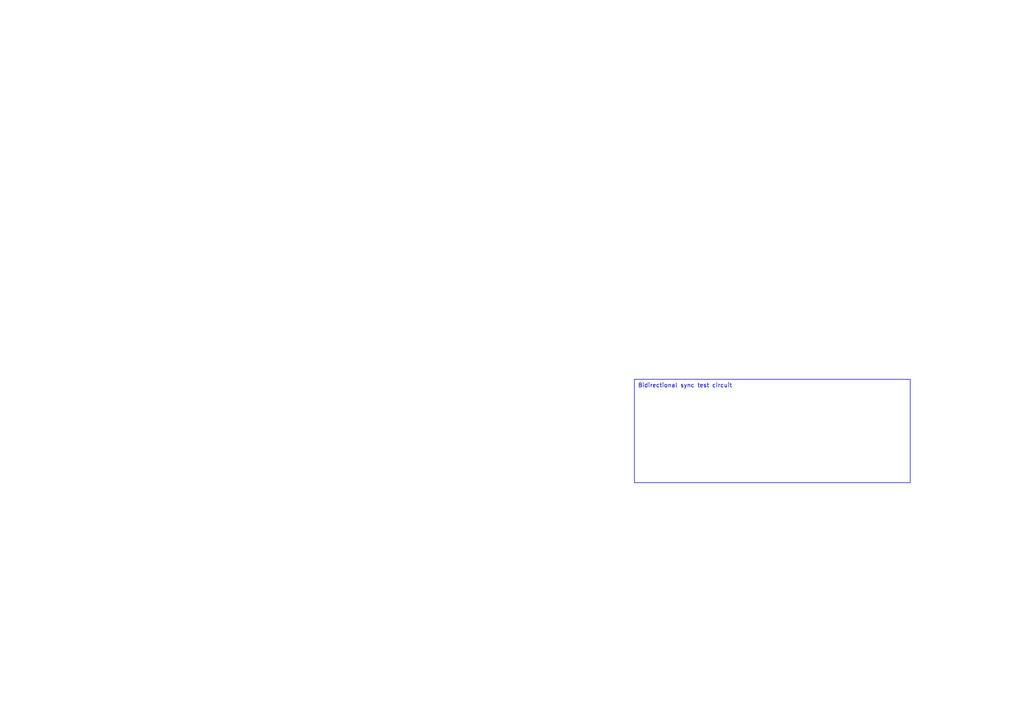
<source format=kicad_sch>
(kicad_sch
	(version 20250114)
	(generator "circuit_synth")
	(generator_version "0.8.36")
	(uuid "fa00019f-a328-4dd4-aa75-20b935f97a3a")
	(paper "A4")
	(title_block
		(title "BidirectionalTest")
	)
	(lib_symbols)
	(text_box "Bidirectional sync test circuit"
		(exclude_from_sim no)
		(at 184 110 0)
		(size 80 30)
		(margins 1 1 1 1)
		(stroke
			(width 0.0000)
			(type solid)
		)
		(fill
			(type none)
		)
		(effects
			(font
				(size 1.2 1.2)
			)
			(justify left top)
		)
		(uuid "b8eecc81-66a9-4bed-8b72-a5732e5073e4")
	)
	(sheet_instances
		(path "/"
			(page "1")
		)
	)
	(embedded_fonts no)
)

</source>
